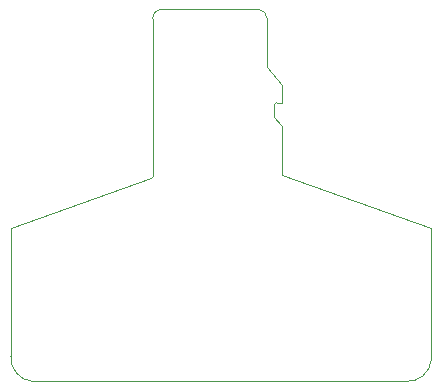
<source format=gbr>
%TF.GenerationSoftware,KiCad,Pcbnew,7.0.7*%
%TF.CreationDate,2023-10-03T14:25:23+02:00*%
%TF.ProjectId,emmc-adapter,656d6d63-2d61-4646-9170-7465722e6b69,rev?*%
%TF.SameCoordinates,Original*%
%TF.FileFunction,Profile,NP*%
%FSLAX46Y46*%
G04 Gerber Fmt 4.6, Leading zero omitted, Abs format (unit mm)*
G04 Created by KiCad (PCBNEW 7.0.7) date 2023-10-03 14:25:23*
%MOMM*%
%LPD*%
G01*
G04 APERTURE LIST*
%TA.AperFunction,Profile*%
%ADD10C,0.050000*%
%TD*%
G04 APERTURE END LIST*
D10*
X101400000Y-80350002D02*
G75*
G03*
X103250000Y-82500000I2000000J-149998D01*
G01*
X137000000Y-80649999D02*
X137000001Y-69500000D01*
X137000001Y-69500000D02*
X124400000Y-65024000D01*
X113400000Y-65100000D02*
X113250000Y-65250000D01*
X123100035Y-51800001D02*
G75*
G03*
X122399512Y-50999796I-786735J18001D01*
G01*
X124400000Y-58900000D02*
X124400000Y-57400000D01*
X101400000Y-80350002D02*
X101400000Y-69500000D01*
X113400110Y-51813269D02*
X113400000Y-65100000D01*
X124400000Y-58900000D02*
X123900000Y-58900000D01*
X114200000Y-51000000D02*
G75*
G03*
X113400110Y-51813269I0J-800000D01*
G01*
X124400000Y-60900000D02*
X123700000Y-60100000D01*
X124400000Y-57400000D02*
X123100000Y-55900000D01*
X124400000Y-65024000D02*
X124400000Y-60900000D01*
X123900000Y-58900000D02*
G75*
G03*
X123700000Y-59100000I0J-200000D01*
G01*
X134850002Y-82500000D02*
G75*
G03*
X137000000Y-80649999I149998J2000000D01*
G01*
X114200000Y-51000000D02*
X122399489Y-51000000D01*
X134850002Y-82499999D02*
X103250000Y-82500000D01*
X123700000Y-60100000D02*
X123700000Y-59100000D01*
X101400000Y-69500000D02*
X113250000Y-65250000D01*
X123100000Y-55900000D02*
X123100000Y-51800000D01*
M02*

</source>
